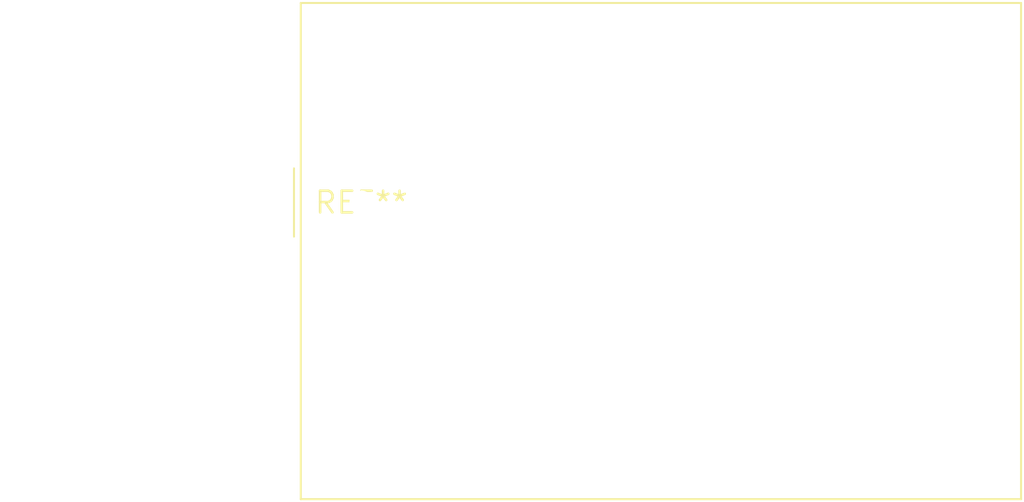
<source format=kicad_pcb>
(kicad_pcb (version 20240108) (generator pcbnew)
  (layers (0 "F.Cu" signal) (31 "B.Cu" signal) (34 "B.Paste" user) (35 "F.Paste" user) (36 "B.SilkS" user "B.Silkscreen") (37 "F.SilkS" user "F.Silkscreen") (38 "B.Mask" user) (39 "F.Mask" user) (44 "Edge.Cuts" user))
  (net 0 "")
  (footprint "Converter_ACDC_TRACO_TPP-15-1xx-D_THT" (layer "F.Cu") (at 0 0)
    (property "Reference" "REF**")
    (property "Value" "Converter_ACDC_TRACO_TPP-15-1xx-D_THT")
    (fp_line (start -3.95 -2) (end -3.95 2) (layer "F.SilkS") (stroke (width 0.12)))
    (fp_line (start -3.55 -11.7) (end 38.65 -11.7) (layer "F.SilkS") (stroke (width 0.12)))
    (fp_line (start -3.55 17.4) (end -3.55 -11.7) (layer "F.SilkS") (stroke (width 0.12)))
    (fp_line (start 38.65 -11.7) (end 38.65 17.4) (layer "F.SilkS") (stroke (width 0.12)))
    (fp_line (start 38.65 17.4) (end -3.55 17.4) (layer "F.SilkS") (stroke (width 0.12)))
    (pad "1" thru_hole rect (at 0 0) (size 2.8 2.8) (drill 1.4) (layers *.Cu *.Mask) (remove_unused_layers))
    (pad "2" thru_hole circle (at 0 -5.59) (size 2.8 2.8) (drill 1.4) (layers *.Cu *.Mask) (remove_unused_layers))
    (pad "3" thru_hole circle (at 35.05 14) (size 2.8 2.8) (drill 1.4) (layers *.Cu *.Mask) (remove_unused_layers))
    (pad "4" thru_hole circle (at 35.05 -2.24) (size 2.8 2.8) (drill 1.4) (layers *.Cu *.Mask) (remove_unused_layers))
    (pad "5" thru_hole circle (at 35.05 -8.36) (size 2.8 2.8) (drill 1.4) (layers *.Cu *.Mask) (remove_unused_layers))
  )
)
</source>
